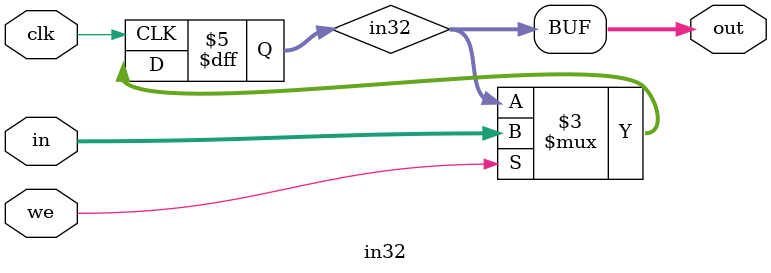
<source format=v>
module in32(clk,in,out,we);
  input[31:0] in;
  output [31:0]out;
  //input [1:0]sel;
  input we,clk;
  reg [31:0] in32;
  initial
  begin
  #5 in32<=32'h00000000;
  # 5;
  end
  
  always@(posedge clk)
    if(we)
      in32<=in;
  assign out=in32;    
endmodule

</source>
